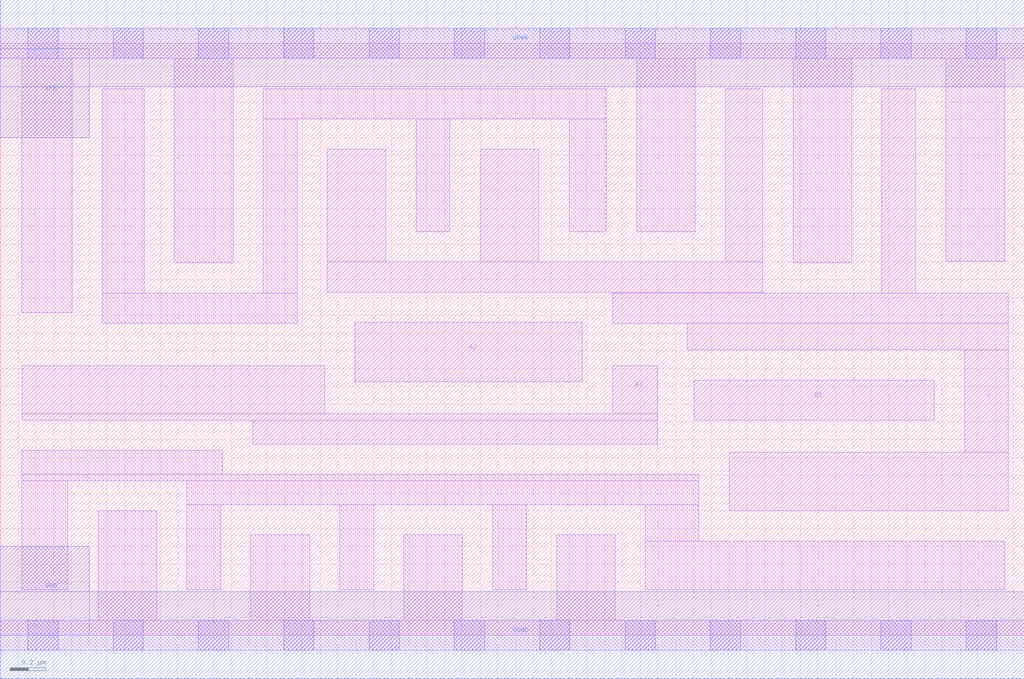
<source format=lef>
# Copyright 2020 The SkyWater PDK Authors
#
# Licensed under the Apache License, Version 2.0 (the "License");
# you may not use this file except in compliance with the License.
# You may obtain a copy of the License at
#
#     https://www.apache.org/licenses/LICENSE-2.0
#
# Unless required by applicable law or agreed to in writing, software
# distributed under the License is distributed on an "AS IS" BASIS,
# WITHOUT WARRANTIES OR CONDITIONS OF ANY KIND, either express or implied.
# See the License for the specific language governing permissions and
# limitations under the License.
#
# SPDX-License-Identifier: Apache-2.0

VERSION 5.5 ;
NAMESCASESENSITIVE ON ;
BUSBITCHARS "[]" ;
DIVIDERCHAR "/" ;
MACRO sky130_fd_sc_lp__o21ai_4
  CLASS CORE ;
  SOURCE USER ;
  ORIGIN  0.000000  0.000000 ;
  SIZE  5.760000 BY  3.330000 ;
  SYMMETRY X Y R90 ;
  SITE unit ;
  PIN A1
    ANTENNAGATEAREA  1.260000 ;
    DIRECTION INPUT ;
    USE SIGNAL ;
    PORT
      LAYER li1 ;
        RECT 0.125000 1.210000 3.695000 1.245000 ;
        RECT 0.125000 1.245000 1.825000 1.515000 ;
        RECT 1.420000 1.075000 3.695000 1.210000 ;
        RECT 3.445000 1.245000 3.695000 1.515000 ;
    END
  END A1
  PIN A2
    ANTENNAGATEAREA  1.260000 ;
    DIRECTION INPUT ;
    USE SIGNAL ;
    PORT
      LAYER li1 ;
        RECT 1.995000 1.425000 3.275000 1.760000 ;
    END
  END A2
  PIN B1
    ANTENNAGATEAREA  1.260000 ;
    DIRECTION INPUT ;
    USE SIGNAL ;
    PORT
      LAYER li1 ;
        RECT 3.905000 1.210000 5.255000 1.435000 ;
    END
  END B1
  PIN Y
    ANTENNADIFFAREA  1.881600 ;
    DIRECTION OUTPUT ;
    USE SIGNAL ;
    PORT
      LAYER li1 ;
        RECT 1.840000 1.930000 4.290000 2.100000 ;
        RECT 1.840000 2.100000 2.170000 2.735000 ;
        RECT 2.700000 2.100000 3.030000 2.735000 ;
        RECT 3.445000 1.755000 5.670000 1.925000 ;
        RECT 3.445000 1.925000 4.290000 1.930000 ;
        RECT 3.865000 1.605000 5.670000 1.755000 ;
        RECT 4.080000 2.100000 4.290000 3.075000 ;
        RECT 4.100000 0.700000 5.670000 1.030000 ;
        RECT 4.960000 1.925000 5.150000 3.075000 ;
        RECT 5.425000 1.030000 5.670000 1.605000 ;
    END
  END Y
  PIN VGND
    DIRECTION INOUT ;
    USE GROUND ;
    PORT
      LAYER met1 ;
        RECT 0.000000 -0.245000 5.760000 0.245000 ;
    END
  END VGND
  PIN VNB
    DIRECTION INOUT ;
    USE GROUND ;
    PORT
      LAYER met1 ;
        RECT 0.000000 0.000000 0.500000 0.500000 ;
    END
  END VNB
  PIN VPB
    DIRECTION INOUT ;
    USE POWER ;
    PORT
      LAYER met1 ;
        RECT 0.000000 2.800000 0.500000 3.300000 ;
    END
  END VPB
  PIN VPWR
    DIRECTION INOUT ;
    USE POWER ;
    PORT
      LAYER met1 ;
        RECT 0.000000 3.085000 5.760000 3.575000 ;
    END
  END VPWR
  OBS
    LAYER li1 ;
      RECT 0.000000 -0.085000 5.760000 0.085000 ;
      RECT 0.000000  3.245000 5.760000 3.415000 ;
      RECT 0.120000  0.255000 0.380000 0.870000 ;
      RECT 0.120000  0.870000 3.930000 0.905000 ;
      RECT 0.120000  0.905000 1.250000 1.040000 ;
      RECT 0.120000  1.815000 0.405000 3.245000 ;
      RECT 0.550000  0.085000 0.880000 0.700000 ;
      RECT 0.575000  1.755000 1.670000 1.925000 ;
      RECT 0.575000  1.925000 0.810000 3.075000 ;
      RECT 0.980000  2.095000 1.310000 3.245000 ;
      RECT 1.050000  0.255000 1.240000 0.735000 ;
      RECT 1.050000  0.735000 3.930000 0.870000 ;
      RECT 1.410000  0.085000 1.740000 0.565000 ;
      RECT 1.480000  1.925000 1.670000 2.905000 ;
      RECT 1.480000  2.905000 3.410000 3.075000 ;
      RECT 1.910000  0.255000 2.100000 0.735000 ;
      RECT 2.270000  0.085000 2.600000 0.565000 ;
      RECT 2.340000  2.270000 2.530000 2.905000 ;
      RECT 2.770000  0.255000 2.960000 0.735000 ;
      RECT 3.130000  0.085000 3.460000 0.565000 ;
      RECT 3.200000  2.270000 3.410000 2.905000 ;
      RECT 3.580000  2.270000 3.910000 3.245000 ;
      RECT 3.630000  0.255000 5.650000 0.530000 ;
      RECT 3.630000  0.530000 3.930000 0.735000 ;
      RECT 4.460000  2.095000 4.790000 3.245000 ;
      RECT 5.320000  2.105000 5.650000 3.245000 ;
    LAYER mcon ;
      RECT 0.155000 -0.085000 0.325000 0.085000 ;
      RECT 0.155000  3.245000 0.325000 3.415000 ;
      RECT 0.635000 -0.085000 0.805000 0.085000 ;
      RECT 0.635000  3.245000 0.805000 3.415000 ;
      RECT 1.115000 -0.085000 1.285000 0.085000 ;
      RECT 1.115000  3.245000 1.285000 3.415000 ;
      RECT 1.595000 -0.085000 1.765000 0.085000 ;
      RECT 1.595000  3.245000 1.765000 3.415000 ;
      RECT 2.075000 -0.085000 2.245000 0.085000 ;
      RECT 2.075000  3.245000 2.245000 3.415000 ;
      RECT 2.555000 -0.085000 2.725000 0.085000 ;
      RECT 2.555000  3.245000 2.725000 3.415000 ;
      RECT 3.035000 -0.085000 3.205000 0.085000 ;
      RECT 3.035000  3.245000 3.205000 3.415000 ;
      RECT 3.515000 -0.085000 3.685000 0.085000 ;
      RECT 3.515000  3.245000 3.685000 3.415000 ;
      RECT 3.995000 -0.085000 4.165000 0.085000 ;
      RECT 3.995000  3.245000 4.165000 3.415000 ;
      RECT 4.475000 -0.085000 4.645000 0.085000 ;
      RECT 4.475000  3.245000 4.645000 3.415000 ;
      RECT 4.955000 -0.085000 5.125000 0.085000 ;
      RECT 4.955000  3.245000 5.125000 3.415000 ;
      RECT 5.435000 -0.085000 5.605000 0.085000 ;
      RECT 5.435000  3.245000 5.605000 3.415000 ;
  END
END sky130_fd_sc_lp__o21ai_4
END LIBRARY

</source>
